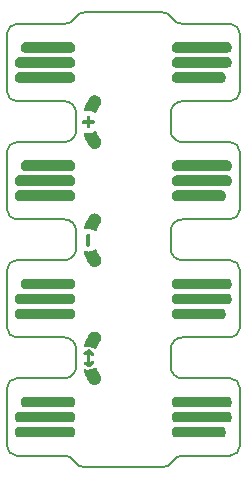
<source format=gto>
%TF.GenerationSoftware,KiCad,Pcbnew,8.0.8*%
%TF.CreationDate,2025-01-29T16:55:17+00:00*%
%TF.ProjectId,ec30_0x2_l4r4_mh_0.1,65633330-5f30-4783-925f-6c3472345f6d,v0.1*%
%TF.SameCoordinates,PX8d24d00PY36d6160*%
%TF.FileFunction,Legend,Top*%
%TF.FilePolarity,Positive*%
%FSLAX46Y46*%
G04 Gerber Fmt 4.6, Leading zero omitted, Abs format (unit mm)*
G04 Created by KiCad (PCBNEW 8.0.8) date 2025-01-29 16:55:17*
%MOMM*%
%LPD*%
G01*
G04 APERTURE LIST*
%ADD10C,0.200000*%
%ADD11C,0.000000*%
%ADD12C,0.010000*%
G04 APERTURE END LIST*
D10*
X-5000000Y18270000D02*
X-9050000Y18270000D01*
X-5000000Y1730000D02*
X-9050000Y1730000D01*
X-5000000Y8270000D02*
X-9050000Y8270000D01*
X-9850000Y-17470000D02*
X-9850000Y-12530000D01*
X-9850000Y-2530000D02*
G75*
G02*
X-9050000Y-1730000I800000J0D01*
G01*
X-4000000Y-730000D02*
G75*
G02*
X-5000000Y-1730000I-1000000J0D01*
G01*
X-5000000Y-8270000D02*
X-9050000Y-8270000D01*
X9050000Y-1730000D02*
G75*
G02*
X9850000Y-2530000I0J-800000D01*
G01*
X9850000Y-7470000D02*
G75*
G02*
X9050000Y-8270000I-800000J0D01*
G01*
X5000000Y18270000D02*
X9050000Y18270000D01*
X-5000000Y-18270000D02*
G75*
G02*
X-4133975Y-18770000I0J-1000000D01*
G01*
X9050000Y18270000D02*
G75*
G02*
X9850000Y17470000I0J-800000D01*
G01*
X3267949Y19270000D02*
G75*
G02*
X4134024Y18770029I-49J-1000200D01*
G01*
X4133975Y-18770000D02*
G75*
G02*
X3267949Y-19270006I-865975J499900D01*
G01*
X5000000Y-11730000D02*
X9050000Y-11730000D01*
X3267949Y19270000D02*
X-3267949Y19270000D01*
X4000000Y-9270000D02*
G75*
G02*
X5000000Y-8270000I1000000J0D01*
G01*
X-9050000Y1730000D02*
G75*
G02*
X-9850000Y2530000I0J800000D01*
G01*
X-4133975Y18770000D02*
G75*
G02*
X-5000000Y18270000I-866025J500000D01*
G01*
X-5000000Y11730000D02*
X-9050000Y11730000D01*
X-3267949Y-19270000D02*
X3267949Y-19270000D01*
X-4133975Y18770000D02*
G75*
G02*
X-3267949Y19270006I865975J-499900D01*
G01*
X9850000Y-17470000D02*
X9850000Y-12530000D01*
X9850000Y-7470000D02*
X9850000Y-2530000D01*
X-5000000Y-11730000D02*
X-9050000Y-11730000D01*
X-4000000Y730000D02*
X-4000000Y-730000D01*
X-5000000Y1730000D02*
G75*
G02*
X-4000000Y730000I0J-1000000D01*
G01*
X9850000Y-17470000D02*
G75*
G02*
X9050000Y-18270000I-800000J0D01*
G01*
X-4000000Y-9270000D02*
X-4000000Y-10730000D01*
X-4000000Y-10730000D02*
G75*
G02*
X-5000000Y-11730000I-1000000J0D01*
G01*
X-3267949Y-19270000D02*
G75*
G02*
X-4134024Y-18770029I49J1000200D01*
G01*
X-4000000Y9270000D02*
G75*
G02*
X-5000000Y8270000I-1000000J0D01*
G01*
X-9850000Y7470000D02*
G75*
G02*
X-9050000Y8270000I800000J0D01*
G01*
X-9850000Y12530000D02*
X-9850000Y17470000D01*
X4133975Y-18770000D02*
G75*
G02*
X5000000Y-18270000I866025J-500000D01*
G01*
X-4000000Y10730000D02*
X-4000000Y9270000D01*
X5000000Y-8270000D02*
X9050000Y-8270000D01*
X-9850000Y-12530000D02*
G75*
G02*
X-9050000Y-11730000I800000J0D01*
G01*
X-9050000Y-18270000D02*
G75*
G02*
X-9850000Y-17470000I0J800000D01*
G01*
X-5000000Y11730000D02*
G75*
G02*
X-4000000Y10730000I0J-1000000D01*
G01*
X4000000Y10730000D02*
G75*
G02*
X5000000Y11730000I1000000J0D01*
G01*
X5000000Y8270000D02*
X9050000Y8270000D01*
X9050000Y-11730000D02*
G75*
G02*
X9850000Y-12530000I0J-800000D01*
G01*
X5000000Y11730000D02*
X9050000Y11730000D01*
X4000000Y-730000D02*
X4000000Y730000D01*
X5000000Y-1730000D02*
G75*
G02*
X4000000Y-730000I0J1000000D01*
G01*
X5000000Y8270000D02*
G75*
G02*
X4000000Y9270000I0J1000000D01*
G01*
X5000000Y-11730000D02*
G75*
G02*
X4000000Y-10730000I0J1000000D01*
G01*
X4000000Y730000D02*
G75*
G02*
X5000000Y1730000I1000000J0D01*
G01*
X9050000Y8270000D02*
G75*
G02*
X9850000Y7470000I0J-800000D01*
G01*
X-5000000Y-1730000D02*
X-9050000Y-1730000D01*
X5000000Y1730000D02*
X9050000Y1730000D01*
X-9850000Y-7470000D02*
X-9850000Y-2530000D01*
X5000000Y-18270000D02*
X9050000Y-18270000D01*
X-9850000Y2530000D02*
X-9850000Y7470000D01*
X4000000Y9270000D02*
X4000000Y10730000D01*
X9850000Y12530000D02*
X9850000Y17470000D01*
X-9850000Y17470000D02*
G75*
G02*
X-9050000Y18270000I800000J0D01*
G01*
X-5000000Y-8270000D02*
G75*
G02*
X-4000000Y-9270000I0J-1000000D01*
G01*
X-9050000Y11730000D02*
G75*
G02*
X-9850000Y12530000I0J800000D01*
G01*
X9850000Y2530000D02*
G75*
G02*
X9050000Y1730000I-800000J0D01*
G01*
X5000000Y18270000D02*
G75*
G02*
X4133975Y18770000I0J1000000D01*
G01*
X9850000Y2530000D02*
X9850000Y7470000D01*
X4000000Y-10730000D02*
X4000000Y-9270000D01*
X-9050000Y-8270000D02*
G75*
G02*
X-9850000Y-7470000I0J800000D01*
G01*
X5000000Y-1730000D02*
X9050000Y-1730000D01*
X9850000Y12530000D02*
G75*
G02*
X9050000Y11730000I-800000J0D01*
G01*
X-5000000Y-18270000D02*
X-9050000Y-18270000D01*
D11*
%TO.C,*%
G36*
X8406596Y-15840563D02*
G01*
X8510135Y-15891180D01*
X8591628Y-15972673D01*
X8642245Y-16076212D01*
X8656800Y-16176108D01*
X8656800Y-16375908D01*
X8642245Y-16475804D01*
X8591628Y-16579343D01*
X8510135Y-16660836D01*
X8406596Y-16711453D01*
X8306700Y-16726008D01*
X4456900Y-16726008D01*
X4357004Y-16711453D01*
X4253465Y-16660836D01*
X4171972Y-16579343D01*
X4121355Y-16475804D01*
X4106800Y-16375908D01*
X4106800Y-16176108D01*
X4121355Y-16076212D01*
X4171972Y-15972673D01*
X4253465Y-15891180D01*
X4357004Y-15840563D01*
X4456900Y-15826008D01*
X8306700Y-15826008D01*
X8406596Y-15840563D01*
G37*
G36*
X8906596Y-13300563D02*
G01*
X9010135Y-13351180D01*
X9091628Y-13432673D01*
X9142245Y-13536212D01*
X9156800Y-13636108D01*
X9156800Y-13835908D01*
X9142245Y-13935804D01*
X9091628Y-14039343D01*
X9010135Y-14120836D01*
X8906596Y-14171453D01*
X8806700Y-14186008D01*
X4456900Y-14186008D01*
X4357004Y-14171453D01*
X4253465Y-14120836D01*
X4171972Y-14039343D01*
X4121355Y-13935804D01*
X4106800Y-13835908D01*
X4106800Y-13636108D01*
X4121355Y-13536212D01*
X4171972Y-13432673D01*
X4253465Y-13351180D01*
X4357004Y-13300563D01*
X4456900Y-13286008D01*
X8806700Y-13286008D01*
X8906596Y-13300563D01*
G37*
G36*
X8906596Y-14570563D02*
G01*
X9010135Y-14621180D01*
X9091628Y-14702673D01*
X9142245Y-14806212D01*
X9156800Y-14906108D01*
X9156800Y-15105908D01*
X9142245Y-15205804D01*
X9091628Y-15309343D01*
X9010135Y-15390836D01*
X8906596Y-15441453D01*
X8806700Y-15456008D01*
X4456900Y-15456008D01*
X4357004Y-15441453D01*
X4253465Y-15390836D01*
X4171972Y-15309343D01*
X4121355Y-15205804D01*
X4106800Y-15105908D01*
X4106800Y-14906108D01*
X4121355Y-14806212D01*
X4171972Y-14702673D01*
X4253465Y-14621180D01*
X4357004Y-14570563D01*
X4456900Y-14556008D01*
X8806700Y-14556008D01*
X8906596Y-14570563D01*
G37*
G36*
X-4355012Y-4570563D02*
G01*
X-4251473Y-4621180D01*
X-4169980Y-4702673D01*
X-4119363Y-4806212D01*
X-4104808Y-4906108D01*
X-4104808Y-5105908D01*
X-4119363Y-5205804D01*
X-4169980Y-5309343D01*
X-4251473Y-5390836D01*
X-4355012Y-5441453D01*
X-4454908Y-5456008D01*
X-8804708Y-5456008D01*
X-8904604Y-5441453D01*
X-9008143Y-5390836D01*
X-9089636Y-5309343D01*
X-9140253Y-5205804D01*
X-9154808Y-5105908D01*
X-9154808Y-4906108D01*
X-9140253Y-4806212D01*
X-9089636Y-4702673D01*
X-9008143Y-4621180D01*
X-8904604Y-4570563D01*
X-8804708Y-4556008D01*
X-4454908Y-4556008D01*
X-4355012Y-4570563D01*
G37*
G36*
X-4355012Y-5840563D02*
G01*
X-4251473Y-5891180D01*
X-4169980Y-5972673D01*
X-4119363Y-6076212D01*
X-4104808Y-6176108D01*
X-4104808Y-6375908D01*
X-4119363Y-6475804D01*
X-4169980Y-6579343D01*
X-4251473Y-6660836D01*
X-4355012Y-6711453D01*
X-4454908Y-6726008D01*
X-8804708Y-6726008D01*
X-8904604Y-6711453D01*
X-9008143Y-6660836D01*
X-9089636Y-6579343D01*
X-9140253Y-6475804D01*
X-9154808Y-6375908D01*
X-9154808Y-6176108D01*
X-9140253Y-6076212D01*
X-9089636Y-5972673D01*
X-9008143Y-5891180D01*
X-8904604Y-5840563D01*
X-8804708Y-5826008D01*
X-4454908Y-5826008D01*
X-4355012Y-5840563D01*
G37*
G36*
X-4355012Y-3300563D02*
G01*
X-4251473Y-3351180D01*
X-4169980Y-3432673D01*
X-4119363Y-3536212D01*
X-4104808Y-3636108D01*
X-4104808Y-3835908D01*
X-4119363Y-3935804D01*
X-4169980Y-4039343D01*
X-4251473Y-4120836D01*
X-4355012Y-4171453D01*
X-4454908Y-4186008D01*
X-8304708Y-4186008D01*
X-8404604Y-4171453D01*
X-8508143Y-4120836D01*
X-8589636Y-4039343D01*
X-8640253Y-3935804D01*
X-8654808Y-3835908D01*
X-8654808Y-3636108D01*
X-8640253Y-3536212D01*
X-8589636Y-3432673D01*
X-8508143Y-3351180D01*
X-8404604Y-3300563D01*
X-8304708Y-3286008D01*
X-4454908Y-3286008D01*
X-4355012Y-3300563D01*
G37*
G36*
X8406596Y4159437D02*
G01*
X8510135Y4108820D01*
X8591628Y4027327D01*
X8642245Y3923788D01*
X8656800Y3823892D01*
X8656800Y3624092D01*
X8642245Y3524196D01*
X8591628Y3420657D01*
X8510135Y3339164D01*
X8406596Y3288547D01*
X8306700Y3273992D01*
X4456900Y3273992D01*
X4357004Y3288547D01*
X4253465Y3339164D01*
X4171972Y3420657D01*
X4121355Y3524196D01*
X4106800Y3624092D01*
X4106800Y3823892D01*
X4121355Y3923788D01*
X4171972Y4027327D01*
X4253465Y4108820D01*
X4357004Y4159437D01*
X4456900Y4173992D01*
X8306700Y4173992D01*
X8406596Y4159437D01*
G37*
G36*
X8906596Y6699437D02*
G01*
X9010135Y6648820D01*
X9091628Y6567327D01*
X9142245Y6463788D01*
X9156800Y6363892D01*
X9156800Y6164092D01*
X9142245Y6064196D01*
X9091628Y5960657D01*
X9010135Y5879164D01*
X8906596Y5828547D01*
X8806700Y5813992D01*
X4456900Y5813992D01*
X4357004Y5828547D01*
X4253465Y5879164D01*
X4171972Y5960657D01*
X4121355Y6064196D01*
X4106800Y6164092D01*
X4106800Y6363892D01*
X4121355Y6463788D01*
X4171972Y6567327D01*
X4253465Y6648820D01*
X4357004Y6699437D01*
X4456900Y6713992D01*
X8806700Y6713992D01*
X8906596Y6699437D01*
G37*
G36*
X8906596Y5429437D02*
G01*
X9010135Y5378820D01*
X9091628Y5297327D01*
X9142245Y5193788D01*
X9156800Y5093892D01*
X9156800Y4894092D01*
X9142245Y4794196D01*
X9091628Y4690657D01*
X9010135Y4609164D01*
X8906596Y4558547D01*
X8806700Y4543992D01*
X4456900Y4543992D01*
X4357004Y4558547D01*
X4253465Y4609164D01*
X4171972Y4690657D01*
X4121355Y4794196D01*
X4106800Y4894092D01*
X4106800Y5093892D01*
X4121355Y5193788D01*
X4171972Y5297327D01*
X4253465Y5378820D01*
X4357004Y5429437D01*
X4456900Y5443992D01*
X8806700Y5443992D01*
X8906596Y5429437D01*
G37*
G36*
X-4355012Y15465445D02*
G01*
X-4251473Y15414828D01*
X-4169980Y15333335D01*
X-4119363Y15229796D01*
X-4104808Y15129900D01*
X-4104808Y14930100D01*
X-4119363Y14830204D01*
X-4169980Y14726665D01*
X-4251473Y14645172D01*
X-4355012Y14594555D01*
X-4454908Y14580000D01*
X-8804708Y14580000D01*
X-8904604Y14594555D01*
X-9008143Y14645172D01*
X-9089636Y14726665D01*
X-9140253Y14830204D01*
X-9154808Y14930100D01*
X-9154808Y15129900D01*
X-9140253Y15229796D01*
X-9089636Y15333335D01*
X-9008143Y15414828D01*
X-8904604Y15465445D01*
X-8804708Y15480000D01*
X-4454908Y15480000D01*
X-4355012Y15465445D01*
G37*
G36*
X-4355012Y14195445D02*
G01*
X-4251473Y14144828D01*
X-4169980Y14063335D01*
X-4119363Y13959796D01*
X-4104808Y13859900D01*
X-4104808Y13660100D01*
X-4119363Y13560204D01*
X-4169980Y13456665D01*
X-4251473Y13375172D01*
X-4355012Y13324555D01*
X-4454908Y13310000D01*
X-8804708Y13310000D01*
X-8904604Y13324555D01*
X-9008143Y13375172D01*
X-9089636Y13456665D01*
X-9140253Y13560204D01*
X-9154808Y13660100D01*
X-9154808Y13859900D01*
X-9140253Y13959796D01*
X-9089636Y14063335D01*
X-9008143Y14144828D01*
X-8904604Y14195445D01*
X-8804708Y14210000D01*
X-4454908Y14210000D01*
X-4355012Y14195445D01*
G37*
G36*
X-4355012Y16735445D02*
G01*
X-4251473Y16684828D01*
X-4169980Y16603335D01*
X-4119363Y16499796D01*
X-4104808Y16399900D01*
X-4104808Y16200100D01*
X-4119363Y16100204D01*
X-4169980Y15996665D01*
X-4251473Y15915172D01*
X-4355012Y15864555D01*
X-4454908Y15850000D01*
X-8304708Y15850000D01*
X-8404604Y15864555D01*
X-8508143Y15915172D01*
X-8589636Y15996665D01*
X-8640253Y16100204D01*
X-8654808Y16200100D01*
X-8654808Y16399900D01*
X-8640253Y16499796D01*
X-8589636Y16603335D01*
X-8508143Y16684828D01*
X-8404604Y16735445D01*
X-8304708Y16750000D01*
X-4454908Y16750000D01*
X-4355012Y16735445D01*
G37*
D12*
%TO.C,MH1*%
X-2413498Y-7778090D02*
X-2350940Y-7789361D01*
X-2341561Y-7791735D01*
X-2285692Y-7810416D01*
X-2231993Y-7836241D01*
X-2181293Y-7868530D01*
X-2134423Y-7906602D01*
X-2092216Y-7949776D01*
X-2055501Y-7997374D01*
X-2025108Y-8048714D01*
X-2023301Y-8052305D01*
X-1999865Y-8108147D01*
X-1983495Y-8166660D01*
X-1974204Y-8226884D01*
X-1972004Y-8287863D01*
X-1976909Y-8348639D01*
X-1988929Y-8408252D01*
X-2008080Y-8465747D01*
X-2017509Y-8487443D01*
X-2024396Y-8500764D01*
X-2034784Y-8518974D01*
X-2047679Y-8540421D01*
X-2062090Y-8563454D01*
X-2077019Y-8586417D01*
X-2077267Y-8586790D01*
X-2132493Y-8672601D01*
X-2182116Y-8755587D01*
X-2227045Y-8837449D01*
X-2268194Y-8919895D01*
X-2306475Y-9004627D01*
X-2326376Y-9052179D01*
X-2341104Y-9086253D01*
X-2354861Y-9113270D01*
X-2368291Y-9133948D01*
X-2382030Y-9148999D01*
X-2396719Y-9159142D01*
X-2413000Y-9165092D01*
X-2429427Y-9167446D01*
X-2442307Y-9167669D01*
X-2454594Y-9166224D01*
X-2467740Y-9162603D01*
X-2483203Y-9156299D01*
X-2502437Y-9146805D01*
X-2526896Y-9133613D01*
X-2527703Y-9133168D01*
X-2580365Y-9105515D01*
X-2630411Y-9082402D01*
X-2680665Y-9062592D01*
X-2715494Y-9050665D01*
X-2798842Y-9027758D01*
X-2884474Y-9012163D01*
X-2971431Y-9003950D01*
X-3058751Y-9003185D01*
X-3145473Y-9009938D01*
X-3191494Y-9016697D01*
X-3227366Y-9021552D01*
X-3257125Y-9022554D01*
X-3281666Y-9019572D01*
X-3301887Y-9012475D01*
X-3318685Y-9001135D01*
X-3322465Y-8997610D01*
X-3334247Y-8983158D01*
X-3341602Y-8966847D01*
X-3344563Y-8947711D01*
X-3343168Y-8924784D01*
X-3337449Y-8897096D01*
X-3327442Y-8863682D01*
X-3327333Y-8863351D01*
X-3281943Y-8736789D01*
X-3229461Y-8608750D01*
X-3170353Y-8480177D01*
X-3105085Y-8352014D01*
X-3034125Y-8225205D01*
X-2957940Y-8100694D01*
X-2925253Y-8050451D01*
X-2890838Y-8000753D01*
X-2858155Y-7958294D01*
X-2826840Y-7922656D01*
X-2796531Y-7893423D01*
X-2770045Y-7872410D01*
X-2714941Y-7837803D01*
X-2657554Y-7810645D01*
X-2598299Y-7791018D01*
X-2537593Y-7778997D01*
X-2475854Y-7774661D01*
X-2413498Y-7778090D01*
G36*
X-2413498Y-7778090D02*
G01*
X-2350940Y-7789361D01*
X-2341561Y-7791735D01*
X-2285692Y-7810416D01*
X-2231993Y-7836241D01*
X-2181293Y-7868530D01*
X-2134423Y-7906602D01*
X-2092216Y-7949776D01*
X-2055501Y-7997374D01*
X-2025108Y-8048714D01*
X-2023301Y-8052305D01*
X-1999865Y-8108147D01*
X-1983495Y-8166660D01*
X-1974204Y-8226884D01*
X-1972004Y-8287863D01*
X-1976909Y-8348639D01*
X-1988929Y-8408252D01*
X-2008080Y-8465747D01*
X-2017509Y-8487443D01*
X-2024396Y-8500764D01*
X-2034784Y-8518974D01*
X-2047679Y-8540421D01*
X-2062090Y-8563454D01*
X-2077019Y-8586417D01*
X-2077267Y-8586790D01*
X-2132493Y-8672601D01*
X-2182116Y-8755587D01*
X-2227045Y-8837449D01*
X-2268194Y-8919895D01*
X-2306475Y-9004627D01*
X-2326376Y-9052179D01*
X-2341104Y-9086253D01*
X-2354861Y-9113270D01*
X-2368291Y-9133948D01*
X-2382030Y-9148999D01*
X-2396719Y-9159142D01*
X-2413000Y-9165092D01*
X-2429427Y-9167446D01*
X-2442307Y-9167669D01*
X-2454594Y-9166224D01*
X-2467740Y-9162603D01*
X-2483203Y-9156299D01*
X-2502437Y-9146805D01*
X-2526896Y-9133613D01*
X-2527703Y-9133168D01*
X-2580365Y-9105515D01*
X-2630411Y-9082402D01*
X-2680665Y-9062592D01*
X-2715494Y-9050665D01*
X-2798842Y-9027758D01*
X-2884474Y-9012163D01*
X-2971431Y-9003950D01*
X-3058751Y-9003185D01*
X-3145473Y-9009938D01*
X-3191494Y-9016697D01*
X-3227366Y-9021552D01*
X-3257125Y-9022554D01*
X-3281666Y-9019572D01*
X-3301887Y-9012475D01*
X-3318685Y-9001135D01*
X-3322465Y-8997610D01*
X-3334247Y-8983158D01*
X-3341602Y-8966847D01*
X-3344563Y-8947711D01*
X-3343168Y-8924784D01*
X-3337449Y-8897096D01*
X-3327442Y-8863682D01*
X-3327333Y-8863351D01*
X-3281943Y-8736789D01*
X-3229461Y-8608750D01*
X-3170353Y-8480177D01*
X-3105085Y-8352014D01*
X-3034125Y-8225205D01*
X-2957940Y-8100694D01*
X-2925253Y-8050451D01*
X-2890838Y-8000753D01*
X-2858155Y-7958294D01*
X-2826840Y-7922656D01*
X-2796531Y-7893423D01*
X-2770045Y-7872410D01*
X-2714941Y-7837803D01*
X-2657554Y-7810645D01*
X-2598299Y-7791018D01*
X-2537593Y-7778997D01*
X-2475854Y-7774661D01*
X-2413498Y-7778090D01*
G37*
X-2409886Y-10823244D02*
X-2392586Y-10829119D01*
X-2377684Y-10840113D01*
X-2364373Y-10856970D01*
X-2351846Y-10880437D01*
X-2342486Y-10902800D01*
X-2292229Y-11022982D01*
X-2234948Y-11141473D01*
X-2170360Y-11258811D01*
X-2098180Y-11375538D01*
X-2080929Y-11401677D01*
X-2061426Y-11431222D01*
X-2045820Y-11455754D01*
X-2033342Y-11476678D01*
X-2023218Y-11495396D01*
X-2014677Y-11513312D01*
X-2006947Y-11531833D01*
X-2001563Y-11546019D01*
X-1984421Y-11603804D01*
X-1974577Y-11663351D01*
X-1971916Y-11723742D01*
X-1976331Y-11784057D01*
X-1987709Y-11843379D01*
X-2005939Y-11900786D01*
X-2030909Y-11955362D01*
X-2056134Y-11997058D01*
X-2094766Y-12047179D01*
X-2137965Y-12091137D01*
X-2185157Y-12128820D01*
X-2235768Y-12160114D01*
X-2289224Y-12184905D01*
X-2344954Y-12203080D01*
X-2402385Y-12214526D01*
X-2460941Y-12219130D01*
X-2520051Y-12216779D01*
X-2579142Y-12207358D01*
X-2637639Y-12190755D01*
X-2694971Y-12166857D01*
X-2750563Y-12135549D01*
X-2752033Y-12134601D01*
X-2766786Y-12124348D01*
X-2781894Y-12112244D01*
X-2798791Y-12097040D01*
X-2818908Y-12077491D01*
X-2827057Y-12069309D01*
X-2842124Y-12053709D01*
X-2856238Y-12038176D01*
X-2869991Y-12021887D01*
X-2883981Y-12004018D01*
X-2898803Y-11983744D01*
X-2915053Y-11960240D01*
X-2933328Y-11932684D01*
X-2954221Y-11900251D01*
X-2978329Y-11862116D01*
X-2988347Y-11846132D01*
X-3048380Y-11745775D01*
X-3106635Y-11639728D01*
X-3162268Y-11529773D01*
X-3214439Y-11417696D01*
X-3262306Y-11305281D01*
X-3305028Y-11194311D01*
X-3331020Y-11119656D01*
X-3340242Y-11089949D01*
X-3346067Y-11066031D01*
X-3348653Y-11046595D01*
X-3348165Y-11030336D01*
X-3344764Y-11015947D01*
X-3344068Y-11014017D01*
X-3335541Y-10997040D01*
X-3323608Y-10985180D01*
X-3310741Y-10977907D01*
X-3289128Y-10971643D01*
X-3261856Y-10970281D01*
X-3229524Y-10973842D01*
X-3223805Y-10974892D01*
X-3133786Y-10988438D01*
X-3044216Y-10994282D01*
X-2955472Y-10992458D01*
X-2867930Y-10983004D01*
X-2781973Y-10965956D01*
X-2697975Y-10941348D01*
X-2639951Y-10919398D01*
X-2609167Y-10906072D01*
X-2579035Y-10891807D01*
X-2547660Y-10875635D01*
X-2513143Y-10856586D01*
X-2483590Y-10839557D01*
X-2466934Y-10830413D01*
X-2453879Y-10825016D01*
X-2441618Y-10822427D01*
X-2430393Y-10821742D01*
X-2409886Y-10823244D01*
G36*
X-2409886Y-10823244D02*
G01*
X-2392586Y-10829119D01*
X-2377684Y-10840113D01*
X-2364373Y-10856970D01*
X-2351846Y-10880437D01*
X-2342486Y-10902800D01*
X-2292229Y-11022982D01*
X-2234948Y-11141473D01*
X-2170360Y-11258811D01*
X-2098180Y-11375538D01*
X-2080929Y-11401677D01*
X-2061426Y-11431222D01*
X-2045820Y-11455754D01*
X-2033342Y-11476678D01*
X-2023218Y-11495396D01*
X-2014677Y-11513312D01*
X-2006947Y-11531833D01*
X-2001563Y-11546019D01*
X-1984421Y-11603804D01*
X-1974577Y-11663351D01*
X-1971916Y-11723742D01*
X-1976331Y-11784057D01*
X-1987709Y-11843379D01*
X-2005939Y-11900786D01*
X-2030909Y-11955362D01*
X-2056134Y-11997058D01*
X-2094766Y-12047179D01*
X-2137965Y-12091137D01*
X-2185157Y-12128820D01*
X-2235768Y-12160114D01*
X-2289224Y-12184905D01*
X-2344954Y-12203080D01*
X-2402385Y-12214526D01*
X-2460941Y-12219130D01*
X-2520051Y-12216779D01*
X-2579142Y-12207358D01*
X-2637639Y-12190755D01*
X-2694971Y-12166857D01*
X-2750563Y-12135549D01*
X-2752033Y-12134601D01*
X-2766786Y-12124348D01*
X-2781894Y-12112244D01*
X-2798791Y-12097040D01*
X-2818908Y-12077491D01*
X-2827057Y-12069309D01*
X-2842124Y-12053709D01*
X-2856238Y-12038176D01*
X-2869991Y-12021887D01*
X-2883981Y-12004018D01*
X-2898803Y-11983744D01*
X-2915053Y-11960240D01*
X-2933328Y-11932684D01*
X-2954221Y-11900251D01*
X-2978329Y-11862116D01*
X-2988347Y-11846132D01*
X-3048380Y-11745775D01*
X-3106635Y-11639728D01*
X-3162268Y-11529773D01*
X-3214439Y-11417696D01*
X-3262306Y-11305281D01*
X-3305028Y-11194311D01*
X-3331020Y-11119656D01*
X-3340242Y-11089949D01*
X-3346067Y-11066031D01*
X-3348653Y-11046595D01*
X-3348165Y-11030336D01*
X-3344764Y-11015947D01*
X-3344068Y-11014017D01*
X-3335541Y-10997040D01*
X-3323608Y-10985180D01*
X-3310741Y-10977907D01*
X-3289128Y-10971643D01*
X-3261856Y-10970281D01*
X-3229524Y-10973842D01*
X-3223805Y-10974892D01*
X-3133786Y-10988438D01*
X-3044216Y-10994282D01*
X-2955472Y-10992458D01*
X-2867930Y-10983004D01*
X-2781973Y-10965956D01*
X-2697975Y-10941348D01*
X-2639951Y-10919398D01*
X-2609167Y-10906072D01*
X-2579035Y-10891807D01*
X-2547660Y-10875635D01*
X-2513143Y-10856586D01*
X-2483590Y-10839557D01*
X-2466934Y-10830413D01*
X-2453879Y-10825016D01*
X-2441618Y-10822427D01*
X-2430393Y-10821742D01*
X-2409886Y-10823244D01*
G37*
X-2920333Y-9275241D02*
X-2913780Y-9276418D01*
X-2906680Y-9277914D01*
X-2900139Y-9279775D01*
X-2893653Y-9282478D01*
X-2886719Y-9286497D01*
X-2878834Y-9292309D01*
X-2869494Y-9300388D01*
X-2858196Y-9311209D01*
X-2844437Y-9325247D01*
X-2827712Y-9342978D01*
X-2807520Y-9364877D01*
X-2783355Y-9391419D01*
X-2754715Y-9423080D01*
X-2733410Y-9446688D01*
X-2706724Y-9476356D01*
X-2681474Y-9504603D01*
X-2658199Y-9530811D01*
X-2637438Y-9554367D01*
X-2619729Y-9574657D01*
X-2605611Y-9591065D01*
X-2595623Y-9602976D01*
X-2590303Y-9609776D01*
X-2589779Y-9610584D01*
X-2580352Y-9634091D01*
X-2577902Y-9658566D01*
X-2581761Y-9682822D01*
X-2591266Y-9705672D01*
X-2605751Y-9725930D01*
X-2624552Y-9742409D01*
X-2647004Y-9753922D01*
X-2672443Y-9759283D01*
X-2673115Y-9759328D01*
X-2694631Y-9758155D01*
X-2715753Y-9752817D01*
X-2717036Y-9752321D01*
X-2724861Y-9749039D01*
X-2731609Y-9745522D01*
X-2738347Y-9740834D01*
X-2746151Y-9734043D01*
X-2756091Y-9724214D01*
X-2769239Y-9710411D01*
X-2786669Y-9691704D01*
X-2786888Y-9691467D01*
X-2803949Y-9672959D01*
X-2820368Y-9654920D01*
X-2834866Y-9638775D01*
X-2846158Y-9625948D01*
X-2851658Y-9619481D01*
X-2858000Y-9611769D01*
X-2862793Y-9606675D01*
X-2866388Y-9604936D01*
X-2869137Y-9607284D01*
X-2871388Y-9614456D01*
X-2873493Y-9627184D01*
X-2875804Y-9646204D01*
X-2878671Y-9672250D01*
X-2879209Y-9677163D01*
X-2888864Y-9784995D01*
X-2894560Y-9895386D01*
X-2896316Y-10006621D01*
X-2894151Y-10116982D01*
X-2888084Y-10224753D01*
X-2878136Y-10328220D01*
X-2871220Y-10381254D01*
X-2868495Y-10400265D01*
X-2845135Y-10373321D01*
X-2833764Y-10360589D01*
X-2818532Y-10344071D01*
X-2801166Y-10325616D01*
X-2783396Y-10307073D01*
X-2777424Y-10300926D01*
X-2759738Y-10282999D01*
X-2746323Y-10269966D01*
X-2736071Y-10260882D01*
X-2727879Y-10254802D01*
X-2720639Y-10250780D01*
X-2716902Y-10249195D01*
X-2690760Y-10243093D01*
X-2663760Y-10244002D01*
X-2637794Y-10251528D01*
X-2614757Y-10265273D01*
X-2607058Y-10272152D01*
X-2591439Y-10292910D01*
X-2581447Y-10317261D01*
X-2577512Y-10343186D01*
X-2580062Y-10368667D01*
X-2583965Y-10380762D01*
X-2586046Y-10385523D01*
X-2588560Y-10390358D01*
X-2591948Y-10395769D01*
X-2596650Y-10402262D01*
X-2603105Y-10410339D01*
X-2611757Y-10420504D01*
X-2623044Y-10433259D01*
X-2637409Y-10449110D01*
X-2655291Y-10468558D01*
X-2677132Y-10492107D01*
X-2703372Y-10520261D01*
X-2734452Y-10553522D01*
X-2746454Y-10566356D01*
X-2777794Y-10599840D01*
X-2804269Y-10628001D01*
X-2826432Y-10651310D01*
X-2844838Y-10670245D01*
X-2860041Y-10685279D01*
X-2872593Y-10696888D01*
X-2883050Y-10705547D01*
X-2891963Y-10711731D01*
X-2899888Y-10715915D01*
X-2907378Y-10718573D01*
X-2914986Y-10720182D01*
X-2923268Y-10721214D01*
X-2927479Y-10721630D01*
X-2943306Y-10721179D01*
X-2961343Y-10717734D01*
X-2978682Y-10712136D01*
X-2992414Y-10705220D01*
X-2996933Y-10701616D01*
X-3001678Y-10698100D01*
X-3012462Y-10690833D01*
X-3028584Y-10680269D01*
X-3049346Y-10666855D01*
X-3074048Y-10651041D01*
X-3101993Y-10633277D01*
X-3132482Y-10614012D01*
X-3162062Y-10595420D01*
X-3202540Y-10569975D01*
X-3236802Y-10548245D01*
X-3265407Y-10529813D01*
X-3288917Y-10514264D01*
X-3307892Y-10501182D01*
X-3322892Y-10490149D01*
X-3334478Y-10480749D01*
X-3343211Y-10472566D01*
X-3349651Y-10465183D01*
X-3354359Y-10458184D01*
X-3357895Y-10451152D01*
X-3358658Y-10449349D01*
X-3364493Y-10426806D01*
X-3365436Y-10401937D01*
X-3361570Y-10379605D01*
X-3353053Y-10362150D01*
X-3339219Y-10344527D01*
X-3322299Y-10328969D01*
X-3304520Y-10317707D01*
X-3296605Y-10314564D01*
X-3277445Y-10310979D01*
X-3256136Y-10310544D01*
X-3236322Y-10313171D01*
X-3226438Y-10316275D01*
X-3219526Y-10319888D01*
X-3207154Y-10327033D01*
X-3190546Y-10336974D01*
X-3170933Y-10348973D01*
X-3149543Y-10362294D01*
X-3146023Y-10364509D01*
X-3125273Y-10377536D01*
X-3106895Y-10388989D01*
X-3091911Y-10398240D01*
X-3081342Y-10404657D01*
X-3076208Y-10407612D01*
X-3075898Y-10407736D01*
X-3075812Y-10404019D01*
X-3076554Y-10393757D01*
X-3078005Y-10378289D01*
X-3080043Y-10358949D01*
X-3081460Y-10346349D01*
X-3095270Y-10191676D01*
X-3101162Y-10036449D01*
X-3099137Y-9880679D01*
X-3089195Y-9724375D01*
X-3081418Y-9647473D01*
X-3079150Y-9625549D01*
X-3077615Y-9606682D01*
X-3076883Y-9592144D01*
X-3077023Y-9583205D01*
X-3077795Y-9580937D01*
X-3082232Y-9582986D01*
X-3092420Y-9588537D01*
X-3107309Y-9596991D01*
X-3125853Y-9607752D01*
X-3147004Y-9620223D01*
X-3155561Y-9625318D01*
X-3183002Y-9641647D01*
X-3204673Y-9654341D01*
X-3221596Y-9663873D01*
X-3234793Y-9670717D01*
X-3245284Y-9675347D01*
X-3254091Y-9678239D01*
X-3262235Y-9679865D01*
X-3270738Y-9680700D01*
X-3275418Y-9680968D01*
X-3302071Y-9678685D01*
X-3326119Y-9669735D01*
X-3346764Y-9655177D01*
X-3363208Y-9636075D01*
X-3374651Y-9613488D01*
X-3380297Y-9588478D01*
X-3379347Y-9562106D01*
X-3375768Y-9547543D01*
X-3371453Y-9536112D01*
X-3365906Y-9525888D01*
X-3358288Y-9516149D01*
X-3347755Y-9506181D01*
X-3333469Y-9495264D01*
X-3314586Y-9482680D01*
X-3290267Y-9467711D01*
X-3264102Y-9452231D01*
X-3238920Y-9437470D01*
X-3208768Y-9419763D01*
X-3175507Y-9400203D01*
X-3140999Y-9379886D01*
X-3107106Y-9359908D01*
X-3077063Y-9342176D01*
X-3044214Y-9322870D01*
X-3017264Y-9307351D01*
X-2995337Y-9295271D01*
X-2977561Y-9286274D01*
X-2963060Y-9280010D01*
X-2950960Y-9276126D01*
X-2940389Y-9274272D01*
X-2930471Y-9274094D01*
X-2920333Y-9275241D01*
G36*
X-2920333Y-9275241D02*
G01*
X-2913780Y-9276418D01*
X-2906680Y-9277914D01*
X-2900139Y-9279775D01*
X-2893653Y-9282478D01*
X-2886719Y-9286497D01*
X-2878834Y-9292309D01*
X-2869494Y-9300388D01*
X-2858196Y-9311209D01*
X-2844437Y-9325247D01*
X-2827712Y-9342978D01*
X-2807520Y-9364877D01*
X-2783355Y-9391419D01*
X-2754715Y-9423080D01*
X-2733410Y-9446688D01*
X-2706724Y-9476356D01*
X-2681474Y-9504603D01*
X-2658199Y-9530811D01*
X-2637438Y-9554367D01*
X-2619729Y-9574657D01*
X-2605611Y-9591065D01*
X-2595623Y-9602976D01*
X-2590303Y-9609776D01*
X-2589779Y-9610584D01*
X-2580352Y-9634091D01*
X-2577902Y-9658566D01*
X-2581761Y-9682822D01*
X-2591266Y-9705672D01*
X-2605751Y-9725930D01*
X-2624552Y-9742409D01*
X-2647004Y-9753922D01*
X-2672443Y-9759283D01*
X-2673115Y-9759328D01*
X-2694631Y-9758155D01*
X-2715753Y-9752817D01*
X-2717036Y-9752321D01*
X-2724861Y-9749039D01*
X-2731609Y-9745522D01*
X-2738347Y-9740834D01*
X-2746151Y-9734043D01*
X-2756091Y-9724214D01*
X-2769239Y-9710411D01*
X-2786669Y-9691704D01*
X-2786888Y-9691467D01*
X-2803949Y-9672959D01*
X-2820368Y-9654920D01*
X-2834866Y-9638775D01*
X-2846158Y-9625948D01*
X-2851658Y-9619481D01*
X-2858000Y-9611769D01*
X-2862793Y-9606675D01*
X-2866388Y-9604936D01*
X-2869137Y-9607284D01*
X-2871388Y-9614456D01*
X-2873493Y-9627184D01*
X-2875804Y-9646204D01*
X-2878671Y-9672250D01*
X-2879209Y-9677163D01*
X-2888864Y-9784995D01*
X-2894560Y-9895386D01*
X-2896316Y-10006621D01*
X-2894151Y-10116982D01*
X-2888084Y-10224753D01*
X-2878136Y-10328220D01*
X-2871220Y-10381254D01*
X-2868495Y-10400265D01*
X-2845135Y-10373321D01*
X-2833764Y-10360589D01*
X-2818532Y-10344071D01*
X-2801166Y-10325616D01*
X-2783396Y-10307073D01*
X-2777424Y-10300926D01*
X-2759738Y-10282999D01*
X-2746323Y-10269966D01*
X-2736071Y-10260882D01*
X-2727879Y-10254802D01*
X-2720639Y-10250780D01*
X-2716902Y-10249195D01*
X-2690760Y-10243093D01*
X-2663760Y-10244002D01*
X-2637794Y-10251528D01*
X-2614757Y-10265273D01*
X-2607058Y-10272152D01*
X-2591439Y-10292910D01*
X-2581447Y-10317261D01*
X-2577512Y-10343186D01*
X-2580062Y-10368667D01*
X-2583965Y-10380762D01*
X-2586046Y-10385523D01*
X-2588560Y-10390358D01*
X-2591948Y-10395769D01*
X-2596650Y-10402262D01*
X-2603105Y-10410339D01*
X-2611757Y-10420504D01*
X-2623044Y-10433259D01*
X-2637409Y-10449110D01*
X-2655291Y-10468558D01*
X-2677132Y-10492107D01*
X-2703372Y-10520261D01*
X-2734452Y-10553522D01*
X-2746454Y-10566356D01*
X-2777794Y-10599840D01*
X-2804269Y-10628001D01*
X-2826432Y-10651310D01*
X-2844838Y-10670245D01*
X-2860041Y-10685279D01*
X-2872593Y-10696888D01*
X-2883050Y-10705547D01*
X-2891963Y-10711731D01*
X-2899888Y-10715915D01*
X-2907378Y-10718573D01*
X-2914986Y-10720182D01*
X-2923268Y-10721214D01*
X-2927479Y-10721630D01*
X-2943306Y-10721179D01*
X-2961343Y-10717734D01*
X-2978682Y-10712136D01*
X-2992414Y-10705220D01*
X-2996933Y-10701616D01*
X-3001678Y-10698100D01*
X-3012462Y-10690833D01*
X-3028584Y-10680269D01*
X-3049346Y-10666855D01*
X-3074048Y-10651041D01*
X-3101993Y-10633277D01*
X-3132482Y-10614012D01*
X-3162062Y-10595420D01*
X-3202540Y-10569975D01*
X-3236802Y-10548245D01*
X-3265407Y-10529813D01*
X-3288917Y-10514264D01*
X-3307892Y-10501182D01*
X-3322892Y-10490149D01*
X-3334478Y-10480749D01*
X-3343211Y-10472566D01*
X-3349651Y-10465183D01*
X-3354359Y-10458184D01*
X-3357895Y-10451152D01*
X-3358658Y-10449349D01*
X-3364493Y-10426806D01*
X-3365436Y-10401937D01*
X-3361570Y-10379605D01*
X-3353053Y-10362150D01*
X-3339219Y-10344527D01*
X-3322299Y-10328969D01*
X-3304520Y-10317707D01*
X-3296605Y-10314564D01*
X-3277445Y-10310979D01*
X-3256136Y-10310544D01*
X-3236322Y-10313171D01*
X-3226438Y-10316275D01*
X-3219526Y-10319888D01*
X-3207154Y-10327033D01*
X-3190546Y-10336974D01*
X-3170933Y-10348973D01*
X-3149543Y-10362294D01*
X-3146023Y-10364509D01*
X-3125273Y-10377536D01*
X-3106895Y-10388989D01*
X-3091911Y-10398240D01*
X-3081342Y-10404657D01*
X-3076208Y-10407612D01*
X-3075898Y-10407736D01*
X-3075812Y-10404019D01*
X-3076554Y-10393757D01*
X-3078005Y-10378289D01*
X-3080043Y-10358949D01*
X-3081460Y-10346349D01*
X-3095270Y-10191676D01*
X-3101162Y-10036449D01*
X-3099137Y-9880679D01*
X-3089195Y-9724375D01*
X-3081418Y-9647473D01*
X-3079150Y-9625549D01*
X-3077615Y-9606682D01*
X-3076883Y-9592144D01*
X-3077023Y-9583205D01*
X-3077795Y-9580937D01*
X-3082232Y-9582986D01*
X-3092420Y-9588537D01*
X-3107309Y-9596991D01*
X-3125853Y-9607752D01*
X-3147004Y-9620223D01*
X-3155561Y-9625318D01*
X-3183002Y-9641647D01*
X-3204673Y-9654341D01*
X-3221596Y-9663873D01*
X-3234793Y-9670717D01*
X-3245284Y-9675347D01*
X-3254091Y-9678239D01*
X-3262235Y-9679865D01*
X-3270738Y-9680700D01*
X-3275418Y-9680968D01*
X-3302071Y-9678685D01*
X-3326119Y-9669735D01*
X-3346764Y-9655177D01*
X-3363208Y-9636075D01*
X-3374651Y-9613488D01*
X-3380297Y-9588478D01*
X-3379347Y-9562106D01*
X-3375768Y-9547543D01*
X-3371453Y-9536112D01*
X-3365906Y-9525888D01*
X-3358288Y-9516149D01*
X-3347755Y-9506181D01*
X-3333469Y-9495264D01*
X-3314586Y-9482680D01*
X-3290267Y-9467711D01*
X-3264102Y-9452231D01*
X-3238920Y-9437470D01*
X-3208768Y-9419763D01*
X-3175507Y-9400203D01*
X-3140999Y-9379886D01*
X-3107106Y-9359908D01*
X-3077063Y-9342176D01*
X-3044214Y-9322870D01*
X-3017264Y-9307351D01*
X-2995337Y-9295271D01*
X-2977561Y-9286274D01*
X-2963060Y-9280010D01*
X-2950960Y-9276126D01*
X-2940389Y-9274272D01*
X-2930471Y-9274094D01*
X-2920333Y-9275241D01*
G37*
%TO.C,MH3*%
X-2408561Y12219506D02*
X-2346003Y12208234D01*
X-2336624Y12205861D01*
X-2280755Y12187180D01*
X-2227056Y12161355D01*
X-2176356Y12129066D01*
X-2129486Y12090994D01*
X-2087279Y12047819D01*
X-2050564Y12000222D01*
X-2020171Y11948882D01*
X-2018364Y11945290D01*
X-1994928Y11889449D01*
X-1978558Y11830936D01*
X-1969267Y11770711D01*
X-1967067Y11709733D01*
X-1971972Y11648957D01*
X-1983992Y11589343D01*
X-2003143Y11531849D01*
X-2012572Y11510153D01*
X-2019459Y11496832D01*
X-2029847Y11478622D01*
X-2042742Y11457175D01*
X-2057153Y11434142D01*
X-2072082Y11411179D01*
X-2072330Y11410806D01*
X-2127556Y11324994D01*
X-2177179Y11242009D01*
X-2222108Y11160147D01*
X-2263257Y11077701D01*
X-2301538Y10992969D01*
X-2321439Y10945417D01*
X-2336167Y10911343D01*
X-2349924Y10884325D01*
X-2363354Y10863648D01*
X-2377093Y10848597D01*
X-2391782Y10838454D01*
X-2408063Y10832504D01*
X-2424490Y10830150D01*
X-2437370Y10829927D01*
X-2449657Y10831372D01*
X-2462803Y10834993D01*
X-2478266Y10841297D01*
X-2497500Y10850791D01*
X-2521959Y10863983D01*
X-2522766Y10864428D01*
X-2575428Y10892081D01*
X-2625474Y10915193D01*
X-2675728Y10935004D01*
X-2710557Y10946931D01*
X-2793905Y10969838D01*
X-2879537Y10985432D01*
X-2966494Y10993646D01*
X-3053814Y10994411D01*
X-3140536Y10987658D01*
X-3186557Y10980899D01*
X-3222429Y10976044D01*
X-3252188Y10975042D01*
X-3276729Y10978023D01*
X-3296950Y10985121D01*
X-3313748Y10996461D01*
X-3317528Y10999985D01*
X-3329310Y11014438D01*
X-3336665Y11030749D01*
X-3339626Y11049885D01*
X-3338231Y11072812D01*
X-3332512Y11100500D01*
X-3322505Y11133914D01*
X-3322396Y11134245D01*
X-3277006Y11260807D01*
X-3224524Y11388846D01*
X-3165416Y11517419D01*
X-3100148Y11645582D01*
X-3029188Y11772391D01*
X-2953003Y11896902D01*
X-2920316Y11947144D01*
X-2885901Y11996843D01*
X-2853218Y12039302D01*
X-2821903Y12074940D01*
X-2791594Y12104173D01*
X-2765108Y12125186D01*
X-2710004Y12159793D01*
X-2652617Y12186950D01*
X-2593362Y12206578D01*
X-2532656Y12218599D01*
X-2470917Y12222934D01*
X-2408561Y12219506D01*
G36*
X-2408561Y12219506D02*
G01*
X-2346003Y12208234D01*
X-2336624Y12205861D01*
X-2280755Y12187180D01*
X-2227056Y12161355D01*
X-2176356Y12129066D01*
X-2129486Y12090994D01*
X-2087279Y12047819D01*
X-2050564Y12000222D01*
X-2020171Y11948882D01*
X-2018364Y11945290D01*
X-1994928Y11889449D01*
X-1978558Y11830936D01*
X-1969267Y11770711D01*
X-1967067Y11709733D01*
X-1971972Y11648957D01*
X-1983992Y11589343D01*
X-2003143Y11531849D01*
X-2012572Y11510153D01*
X-2019459Y11496832D01*
X-2029847Y11478622D01*
X-2042742Y11457175D01*
X-2057153Y11434142D01*
X-2072082Y11411179D01*
X-2072330Y11410806D01*
X-2127556Y11324994D01*
X-2177179Y11242009D01*
X-2222108Y11160147D01*
X-2263257Y11077701D01*
X-2301538Y10992969D01*
X-2321439Y10945417D01*
X-2336167Y10911343D01*
X-2349924Y10884325D01*
X-2363354Y10863648D01*
X-2377093Y10848597D01*
X-2391782Y10838454D01*
X-2408063Y10832504D01*
X-2424490Y10830150D01*
X-2437370Y10829927D01*
X-2449657Y10831372D01*
X-2462803Y10834993D01*
X-2478266Y10841297D01*
X-2497500Y10850791D01*
X-2521959Y10863983D01*
X-2522766Y10864428D01*
X-2575428Y10892081D01*
X-2625474Y10915193D01*
X-2675728Y10935004D01*
X-2710557Y10946931D01*
X-2793905Y10969838D01*
X-2879537Y10985432D01*
X-2966494Y10993646D01*
X-3053814Y10994411D01*
X-3140536Y10987658D01*
X-3186557Y10980899D01*
X-3222429Y10976044D01*
X-3252188Y10975042D01*
X-3276729Y10978023D01*
X-3296950Y10985121D01*
X-3313748Y10996461D01*
X-3317528Y10999985D01*
X-3329310Y11014438D01*
X-3336665Y11030749D01*
X-3339626Y11049885D01*
X-3338231Y11072812D01*
X-3332512Y11100500D01*
X-3322505Y11133914D01*
X-3322396Y11134245D01*
X-3277006Y11260807D01*
X-3224524Y11388846D01*
X-3165416Y11517419D01*
X-3100148Y11645582D01*
X-3029188Y11772391D01*
X-2953003Y11896902D01*
X-2920316Y11947144D01*
X-2885901Y11996843D01*
X-2853218Y12039302D01*
X-2821903Y12074940D01*
X-2791594Y12104173D01*
X-2765108Y12125186D01*
X-2710004Y12159793D01*
X-2652617Y12186950D01*
X-2593362Y12206578D01*
X-2532656Y12218599D01*
X-2470917Y12222934D01*
X-2408561Y12219506D01*
G37*
X-2404949Y9174352D02*
X-2387649Y9168477D01*
X-2372747Y9157483D01*
X-2359436Y9140626D01*
X-2346909Y9117159D01*
X-2337549Y9094796D01*
X-2287292Y8974614D01*
X-2230011Y8856123D01*
X-2165423Y8738785D01*
X-2093243Y8622057D01*
X-2075992Y8595919D01*
X-2056489Y8566374D01*
X-2040883Y8541842D01*
X-2028405Y8520918D01*
X-2018281Y8502200D01*
X-2009740Y8484283D01*
X-2002010Y8465763D01*
X-1996626Y8451577D01*
X-1979484Y8393792D01*
X-1969640Y8334245D01*
X-1966979Y8273854D01*
X-1971394Y8213539D01*
X-1982772Y8154217D01*
X-2001002Y8096809D01*
X-2025972Y8042234D01*
X-2051197Y8000538D01*
X-2089829Y7950416D01*
X-2133028Y7906458D01*
X-2180220Y7868776D01*
X-2230831Y7837481D01*
X-2284287Y7812691D01*
X-2340017Y7794516D01*
X-2397448Y7783070D01*
X-2456004Y7778466D01*
X-2515114Y7780817D01*
X-2574205Y7790238D01*
X-2632702Y7806841D01*
X-2690034Y7830739D01*
X-2745626Y7862046D01*
X-2747096Y7862995D01*
X-2761849Y7873248D01*
X-2776957Y7885352D01*
X-2793854Y7900556D01*
X-2813971Y7920105D01*
X-2822120Y7928287D01*
X-2837187Y7943887D01*
X-2851301Y7959420D01*
X-2865054Y7975709D01*
X-2879044Y7993578D01*
X-2893866Y8013852D01*
X-2910116Y8037356D01*
X-2928391Y8064912D01*
X-2949284Y8097345D01*
X-2973392Y8135480D01*
X-2983410Y8151464D01*
X-3043443Y8251821D01*
X-3101698Y8357868D01*
X-3157331Y8467823D01*
X-3209502Y8579900D01*
X-3257369Y8692315D01*
X-3300091Y8803285D01*
X-3326083Y8877940D01*
X-3335305Y8907647D01*
X-3341130Y8931565D01*
X-3343716Y8951001D01*
X-3343228Y8967260D01*
X-3339827Y8981649D01*
X-3339131Y8983579D01*
X-3330604Y9000556D01*
X-3318671Y9012416D01*
X-3305804Y9019689D01*
X-3284191Y9025953D01*
X-3256919Y9027315D01*
X-3224587Y9023754D01*
X-3218868Y9022704D01*
X-3128849Y9009157D01*
X-3039279Y9003314D01*
X-2950535Y9005138D01*
X-2862993Y9014592D01*
X-2777036Y9031640D01*
X-2693038Y9056248D01*
X-2635014Y9078198D01*
X-2604230Y9091524D01*
X-2574098Y9105789D01*
X-2542723Y9121961D01*
X-2508206Y9141010D01*
X-2478653Y9158039D01*
X-2461997Y9167182D01*
X-2448942Y9172580D01*
X-2436681Y9175169D01*
X-2425456Y9175854D01*
X-2404949Y9174352D01*
G36*
X-2404949Y9174352D02*
G01*
X-2387649Y9168477D01*
X-2372747Y9157483D01*
X-2359436Y9140626D01*
X-2346909Y9117159D01*
X-2337549Y9094796D01*
X-2287292Y8974614D01*
X-2230011Y8856123D01*
X-2165423Y8738785D01*
X-2093243Y8622057D01*
X-2075992Y8595919D01*
X-2056489Y8566374D01*
X-2040883Y8541842D01*
X-2028405Y8520918D01*
X-2018281Y8502200D01*
X-2009740Y8484283D01*
X-2002010Y8465763D01*
X-1996626Y8451577D01*
X-1979484Y8393792D01*
X-1969640Y8334245D01*
X-1966979Y8273854D01*
X-1971394Y8213539D01*
X-1982772Y8154217D01*
X-2001002Y8096809D01*
X-2025972Y8042234D01*
X-2051197Y8000538D01*
X-2089829Y7950416D01*
X-2133028Y7906458D01*
X-2180220Y7868776D01*
X-2230831Y7837481D01*
X-2284287Y7812691D01*
X-2340017Y7794516D01*
X-2397448Y7783070D01*
X-2456004Y7778466D01*
X-2515114Y7780817D01*
X-2574205Y7790238D01*
X-2632702Y7806841D01*
X-2690034Y7830739D01*
X-2745626Y7862046D01*
X-2747096Y7862995D01*
X-2761849Y7873248D01*
X-2776957Y7885352D01*
X-2793854Y7900556D01*
X-2813971Y7920105D01*
X-2822120Y7928287D01*
X-2837187Y7943887D01*
X-2851301Y7959420D01*
X-2865054Y7975709D01*
X-2879044Y7993578D01*
X-2893866Y8013852D01*
X-2910116Y8037356D01*
X-2928391Y8064912D01*
X-2949284Y8097345D01*
X-2973392Y8135480D01*
X-2983410Y8151464D01*
X-3043443Y8251821D01*
X-3101698Y8357868D01*
X-3157331Y8467823D01*
X-3209502Y8579900D01*
X-3257369Y8692315D01*
X-3300091Y8803285D01*
X-3326083Y8877940D01*
X-3335305Y8907647D01*
X-3341130Y8931565D01*
X-3343716Y8951001D01*
X-3343228Y8967260D01*
X-3339827Y8981649D01*
X-3339131Y8983579D01*
X-3330604Y9000556D01*
X-3318671Y9012416D01*
X-3305804Y9019689D01*
X-3284191Y9025953D01*
X-3256919Y9027315D01*
X-3224587Y9023754D01*
X-3218868Y9022704D01*
X-3128849Y9009157D01*
X-3039279Y9003314D01*
X-2950535Y9005138D01*
X-2862993Y9014592D01*
X-2777036Y9031640D01*
X-2693038Y9056248D01*
X-2635014Y9078198D01*
X-2604230Y9091524D01*
X-2574098Y9105789D01*
X-2542723Y9121961D01*
X-2508206Y9141010D01*
X-2478653Y9158039D01*
X-2461997Y9167182D01*
X-2448942Y9172580D01*
X-2436681Y9175169D01*
X-2425456Y9175854D01*
X-2404949Y9174352D01*
G37*
X-2992916Y10486752D02*
X-2969807Y10477868D01*
X-2954195Y10468452D01*
X-2942847Y10458566D01*
X-2933183Y10445594D01*
X-2926251Y10433659D01*
X-2923515Y10428275D01*
X-2921282Y10422540D01*
X-2919497Y10415625D01*
X-2918109Y10406697D01*
X-2917065Y10394928D01*
X-2916312Y10379489D01*
X-2915799Y10359545D01*
X-2915471Y10334271D01*
X-2915276Y10302833D01*
X-2915163Y10264403D01*
X-2915151Y10258522D01*
X-2914838Y10103083D01*
X-2759399Y10102771D01*
X-2719942Y10102664D01*
X-2687592Y10102485D01*
X-2661519Y10102178D01*
X-2640891Y10101693D01*
X-2624881Y10100976D01*
X-2612657Y10099976D01*
X-2603388Y10098639D01*
X-2596244Y10096912D01*
X-2590397Y10094742D01*
X-2585013Y10092079D01*
X-2584263Y10091671D01*
X-2567693Y10081681D01*
X-2555990Y10071759D01*
X-2546538Y10059330D01*
X-2540054Y10048115D01*
X-2530568Y10022731D01*
X-2528595Y9996590D01*
X-2533943Y9970833D01*
X-2546420Y9946604D01*
X-2559882Y9930573D01*
X-2567935Y9922852D01*
X-2575651Y9916480D01*
X-2583865Y9911327D01*
X-2593407Y9907260D01*
X-2605109Y9904148D01*
X-2619804Y9901861D01*
X-2638321Y9900266D01*
X-2661493Y9899232D01*
X-2690152Y9898628D01*
X-2725129Y9898322D01*
X-2764837Y9898189D01*
X-2914836Y9897856D01*
X-2915155Y9745279D01*
X-2915404Y9699210D01*
X-2915949Y9660823D01*
X-2916799Y9629870D01*
X-2917965Y9606101D01*
X-2919455Y9589265D01*
X-2921282Y9579114D01*
X-2921880Y9577374D01*
X-2934647Y9556311D01*
X-2953215Y9538051D01*
X-2975582Y9523967D01*
X-2999741Y9515436D01*
X-3015019Y9513530D01*
X-3040463Y9516639D01*
X-3064748Y9526711D01*
X-3086349Y9542782D01*
X-3103739Y9563883D01*
X-3108873Y9572916D01*
X-3111486Y9578629D01*
X-3113617Y9584968D01*
X-3115322Y9592774D01*
X-3116649Y9602890D01*
X-3117652Y9616156D01*
X-3118383Y9633413D01*
X-3118895Y9655505D01*
X-3119240Y9683272D01*
X-3119469Y9717555D01*
X-3119588Y9745387D01*
X-3120148Y9897768D01*
X-3269607Y9898450D01*
X-3309668Y9898790D01*
X-3345470Y9899412D01*
X-3376341Y9900286D01*
X-3401609Y9901389D01*
X-3420601Y9902694D01*
X-3432646Y9904173D01*
X-3435725Y9904925D01*
X-3452548Y9913771D01*
X-3469707Y9927734D01*
X-3485000Y9944556D01*
X-3496226Y9961980D01*
X-3499729Y9970543D01*
X-3503672Y9993796D01*
X-3502545Y10018650D01*
X-3496844Y10040261D01*
X-3488499Y10054360D01*
X-3475512Y10069646D01*
X-3460314Y10083700D01*
X-3445336Y10094104D01*
X-3440229Y10096588D01*
X-3431441Y10098429D01*
X-3414858Y10099961D01*
X-3390616Y10101176D01*
X-3358853Y10102072D01*
X-3319706Y10102641D01*
X-3273310Y10102880D01*
X-3272757Y10102881D01*
X-3120066Y10103086D01*
X-3119732Y10253085D01*
X-3119505Y10297071D01*
X-3119020Y10333629D01*
X-3118256Y10363262D01*
X-3117191Y10386476D01*
X-3115805Y10403777D01*
X-3114074Y10415668D01*
X-3112540Y10421335D01*
X-3100346Y10443526D01*
X-3082322Y10463100D01*
X-3060547Y10478070D01*
X-3047163Y10483812D01*
X-3019678Y10489157D01*
X-2992916Y10486752D01*
G36*
X-2992916Y10486752D02*
G01*
X-2969807Y10477868D01*
X-2954195Y10468452D01*
X-2942847Y10458566D01*
X-2933183Y10445594D01*
X-2926251Y10433659D01*
X-2923515Y10428275D01*
X-2921282Y10422540D01*
X-2919497Y10415625D01*
X-2918109Y10406697D01*
X-2917065Y10394928D01*
X-2916312Y10379489D01*
X-2915799Y10359545D01*
X-2915471Y10334271D01*
X-2915276Y10302833D01*
X-2915163Y10264403D01*
X-2915151Y10258522D01*
X-2914838Y10103083D01*
X-2759399Y10102771D01*
X-2719942Y10102664D01*
X-2687592Y10102485D01*
X-2661519Y10102178D01*
X-2640891Y10101693D01*
X-2624881Y10100976D01*
X-2612657Y10099976D01*
X-2603388Y10098639D01*
X-2596244Y10096912D01*
X-2590397Y10094742D01*
X-2585013Y10092079D01*
X-2584263Y10091671D01*
X-2567693Y10081681D01*
X-2555990Y10071759D01*
X-2546538Y10059330D01*
X-2540054Y10048115D01*
X-2530568Y10022731D01*
X-2528595Y9996590D01*
X-2533943Y9970833D01*
X-2546420Y9946604D01*
X-2559882Y9930573D01*
X-2567935Y9922852D01*
X-2575651Y9916480D01*
X-2583865Y9911327D01*
X-2593407Y9907260D01*
X-2605109Y9904148D01*
X-2619804Y9901861D01*
X-2638321Y9900266D01*
X-2661493Y9899232D01*
X-2690152Y9898628D01*
X-2725129Y9898322D01*
X-2764837Y9898189D01*
X-2914836Y9897856D01*
X-2915155Y9745279D01*
X-2915404Y9699210D01*
X-2915949Y9660823D01*
X-2916799Y9629870D01*
X-2917965Y9606101D01*
X-2919455Y9589265D01*
X-2921282Y9579114D01*
X-2921880Y9577374D01*
X-2934647Y9556311D01*
X-2953215Y9538051D01*
X-2975582Y9523967D01*
X-2999741Y9515436D01*
X-3015019Y9513530D01*
X-3040463Y9516639D01*
X-3064748Y9526711D01*
X-3086349Y9542782D01*
X-3103739Y9563883D01*
X-3108873Y9572916D01*
X-3111486Y9578629D01*
X-3113617Y9584968D01*
X-3115322Y9592774D01*
X-3116649Y9602890D01*
X-3117652Y9616156D01*
X-3118383Y9633413D01*
X-3118895Y9655505D01*
X-3119240Y9683272D01*
X-3119469Y9717555D01*
X-3119588Y9745387D01*
X-3120148Y9897768D01*
X-3269607Y9898450D01*
X-3309668Y9898790D01*
X-3345470Y9899412D01*
X-3376341Y9900286D01*
X-3401609Y9901389D01*
X-3420601Y9902694D01*
X-3432646Y9904173D01*
X-3435725Y9904925D01*
X-3452548Y9913771D01*
X-3469707Y9927734D01*
X-3485000Y9944556D01*
X-3496226Y9961980D01*
X-3499729Y9970543D01*
X-3503672Y9993796D01*
X-3502545Y10018650D01*
X-3496844Y10040261D01*
X-3488499Y10054360D01*
X-3475512Y10069646D01*
X-3460314Y10083700D01*
X-3445336Y10094104D01*
X-3440229Y10096588D01*
X-3431441Y10098429D01*
X-3414858Y10099961D01*
X-3390616Y10101176D01*
X-3358853Y10102072D01*
X-3319706Y10102641D01*
X-3273310Y10102880D01*
X-3272757Y10102881D01*
X-3120066Y10103086D01*
X-3119732Y10253085D01*
X-3119505Y10297071D01*
X-3119020Y10333629D01*
X-3118256Y10363262D01*
X-3117191Y10386476D01*
X-3115805Y10403777D01*
X-3114074Y10415668D01*
X-3112540Y10421335D01*
X-3100346Y10443526D01*
X-3082322Y10463100D01*
X-3060547Y10478070D01*
X-3047163Y10483812D01*
X-3019678Y10489157D01*
X-2992916Y10486752D01*
G37*
D11*
%TO.C,*%
G36*
X8406596Y-5840563D02*
G01*
X8510135Y-5891180D01*
X8591628Y-5972673D01*
X8642245Y-6076212D01*
X8656800Y-6176108D01*
X8656800Y-6375908D01*
X8642245Y-6475804D01*
X8591628Y-6579343D01*
X8510135Y-6660836D01*
X8406596Y-6711453D01*
X8306700Y-6726008D01*
X4456900Y-6726008D01*
X4357004Y-6711453D01*
X4253465Y-6660836D01*
X4171972Y-6579343D01*
X4121355Y-6475804D01*
X4106800Y-6375908D01*
X4106800Y-6176108D01*
X4121355Y-6076212D01*
X4171972Y-5972673D01*
X4253465Y-5891180D01*
X4357004Y-5840563D01*
X4456900Y-5826008D01*
X8306700Y-5826008D01*
X8406596Y-5840563D01*
G37*
G36*
X8906596Y-3300563D02*
G01*
X9010135Y-3351180D01*
X9091628Y-3432673D01*
X9142245Y-3536212D01*
X9156800Y-3636108D01*
X9156800Y-3835908D01*
X9142245Y-3935804D01*
X9091628Y-4039343D01*
X9010135Y-4120836D01*
X8906596Y-4171453D01*
X8806700Y-4186008D01*
X4456900Y-4186008D01*
X4357004Y-4171453D01*
X4253465Y-4120836D01*
X4171972Y-4039343D01*
X4121355Y-3935804D01*
X4106800Y-3835908D01*
X4106800Y-3636108D01*
X4121355Y-3536212D01*
X4171972Y-3432673D01*
X4253465Y-3351180D01*
X4357004Y-3300563D01*
X4456900Y-3286008D01*
X8806700Y-3286008D01*
X8906596Y-3300563D01*
G37*
G36*
X8906596Y-4570563D02*
G01*
X9010135Y-4621180D01*
X9091628Y-4702673D01*
X9142245Y-4806212D01*
X9156800Y-4906108D01*
X9156800Y-5105908D01*
X9142245Y-5205804D01*
X9091628Y-5309343D01*
X9010135Y-5390836D01*
X8906596Y-5441453D01*
X8806700Y-5456008D01*
X4456900Y-5456008D01*
X4357004Y-5441453D01*
X4253465Y-5390836D01*
X4171972Y-5309343D01*
X4121355Y-5205804D01*
X4106800Y-5105908D01*
X4106800Y-4906108D01*
X4121355Y-4806212D01*
X4171972Y-4702673D01*
X4253465Y-4621180D01*
X4357004Y-4570563D01*
X4456900Y-4556008D01*
X8806700Y-4556008D01*
X8906596Y-4570563D01*
G37*
D12*
%TO.C,MH2*%
X-2406213Y2222121D02*
X-2343655Y2210849D01*
X-2334276Y2208476D01*
X-2278408Y2189794D01*
X-2224709Y2163969D01*
X-2174008Y2131681D01*
X-2127138Y2093609D01*
X-2084931Y2050434D01*
X-2048216Y2002837D01*
X-2017823Y1951497D01*
X-2016017Y1947905D01*
X-1992580Y1892064D01*
X-1976211Y1833551D01*
X-1966919Y1773326D01*
X-1964720Y1712347D01*
X-1969624Y1651572D01*
X-1981645Y1591958D01*
X-2000795Y1534464D01*
X-2010225Y1512768D01*
X-2017111Y1499447D01*
X-2027499Y1481237D01*
X-2040395Y1459789D01*
X-2054805Y1436757D01*
X-2069734Y1413794D01*
X-2069982Y1413421D01*
X-2125209Y1327609D01*
X-2174831Y1244624D01*
X-2219760Y1162761D01*
X-2260910Y1080316D01*
X-2299190Y995584D01*
X-2319092Y948031D01*
X-2333819Y913957D01*
X-2347577Y886940D01*
X-2361006Y866263D01*
X-2374745Y851212D01*
X-2389435Y841069D01*
X-2405716Y835119D01*
X-2422143Y832765D01*
X-2435023Y832542D01*
X-2447309Y833987D01*
X-2460456Y837608D01*
X-2475919Y843912D01*
X-2495152Y853406D01*
X-2519611Y866598D01*
X-2520418Y867043D01*
X-2573080Y894696D01*
X-2623126Y917808D01*
X-2673381Y937619D01*
X-2708209Y949545D01*
X-2791557Y972453D01*
X-2877189Y988047D01*
X-2964146Y996261D01*
X-3051466Y997026D01*
X-3138189Y990273D01*
X-3184209Y983513D01*
X-3220082Y978659D01*
X-3249840Y977657D01*
X-3274381Y980638D01*
X-3294602Y987736D01*
X-3311400Y999076D01*
X-3315180Y1002600D01*
X-3326963Y1017053D01*
X-3334317Y1033364D01*
X-3337279Y1052499D01*
X-3335883Y1075427D01*
X-3330165Y1103115D01*
X-3320158Y1136528D01*
X-3320049Y1136859D01*
X-3274658Y1263422D01*
X-3222176Y1391461D01*
X-3163068Y1520034D01*
X-3097801Y1648197D01*
X-3026841Y1775006D01*
X-2950655Y1899517D01*
X-2917968Y1949759D01*
X-2883553Y1999458D01*
X-2850870Y2041917D01*
X-2819556Y2077555D01*
X-2789246Y2106788D01*
X-2762760Y2127801D01*
X-2707657Y2162408D01*
X-2650269Y2189565D01*
X-2591015Y2209193D01*
X-2530309Y2221214D01*
X-2468569Y2225549D01*
X-2406213Y2222121D01*
G36*
X-2406213Y2222121D02*
G01*
X-2343655Y2210849D01*
X-2334276Y2208476D01*
X-2278408Y2189794D01*
X-2224709Y2163969D01*
X-2174008Y2131681D01*
X-2127138Y2093609D01*
X-2084931Y2050434D01*
X-2048216Y2002837D01*
X-2017823Y1951497D01*
X-2016017Y1947905D01*
X-1992580Y1892064D01*
X-1976211Y1833551D01*
X-1966919Y1773326D01*
X-1964720Y1712347D01*
X-1969624Y1651572D01*
X-1981645Y1591958D01*
X-2000795Y1534464D01*
X-2010225Y1512768D01*
X-2017111Y1499447D01*
X-2027499Y1481237D01*
X-2040395Y1459789D01*
X-2054805Y1436757D01*
X-2069734Y1413794D01*
X-2069982Y1413421D01*
X-2125209Y1327609D01*
X-2174831Y1244624D01*
X-2219760Y1162761D01*
X-2260910Y1080316D01*
X-2299190Y995584D01*
X-2319092Y948031D01*
X-2333819Y913957D01*
X-2347577Y886940D01*
X-2361006Y866263D01*
X-2374745Y851212D01*
X-2389435Y841069D01*
X-2405716Y835119D01*
X-2422143Y832765D01*
X-2435023Y832542D01*
X-2447309Y833987D01*
X-2460456Y837608D01*
X-2475919Y843912D01*
X-2495152Y853406D01*
X-2519611Y866598D01*
X-2520418Y867043D01*
X-2573080Y894696D01*
X-2623126Y917808D01*
X-2673381Y937619D01*
X-2708209Y949545D01*
X-2791557Y972453D01*
X-2877189Y988047D01*
X-2964146Y996261D01*
X-3051466Y997026D01*
X-3138189Y990273D01*
X-3184209Y983513D01*
X-3220082Y978659D01*
X-3249840Y977657D01*
X-3274381Y980638D01*
X-3294602Y987736D01*
X-3311400Y999076D01*
X-3315180Y1002600D01*
X-3326963Y1017053D01*
X-3334317Y1033364D01*
X-3337279Y1052499D01*
X-3335883Y1075427D01*
X-3330165Y1103115D01*
X-3320158Y1136528D01*
X-3320049Y1136859D01*
X-3274658Y1263422D01*
X-3222176Y1391461D01*
X-3163068Y1520034D01*
X-3097801Y1648197D01*
X-3026841Y1775006D01*
X-2950655Y1899517D01*
X-2917968Y1949759D01*
X-2883553Y1999458D01*
X-2850870Y2041917D01*
X-2819556Y2077555D01*
X-2789246Y2106788D01*
X-2762760Y2127801D01*
X-2707657Y2162408D01*
X-2650269Y2189565D01*
X-2591015Y2209193D01*
X-2530309Y2221214D01*
X-2468569Y2225549D01*
X-2406213Y2222121D01*
G37*
X-2988530Y514357D02*
X-2960211Y504684D01*
X-2934328Y487911D01*
X-2918933Y472901D01*
X-2913950Y467256D01*
X-2909518Y461977D01*
X-2905603Y456588D01*
X-2902174Y450618D01*
X-2899201Y443591D01*
X-2896651Y435035D01*
X-2894492Y424478D01*
X-2892693Y411443D01*
X-2891223Y395457D01*
X-2890049Y376050D01*
X-2889141Y352745D01*
X-2888466Y325070D01*
X-2887993Y292551D01*
X-2887690Y254715D01*
X-2887526Y211088D01*
X-2887470Y161196D01*
X-2887488Y104566D01*
X-2887550Y40725D01*
X-2887590Y3560D01*
X-2887666Y-62211D01*
X-2887758Y-120521D01*
X-2887876Y-171845D01*
X-2888033Y-216663D01*
X-2888241Y-255448D01*
X-2888511Y-288678D01*
X-2888857Y-316828D01*
X-2889289Y-340376D01*
X-2889819Y-359798D01*
X-2890460Y-375570D01*
X-2891224Y-388169D01*
X-2892123Y-398071D01*
X-2893167Y-405752D01*
X-2894370Y-411689D01*
X-2895744Y-416359D01*
X-2897301Y-420236D01*
X-2898296Y-422321D01*
X-2915841Y-449369D01*
X-2938126Y-470798D01*
X-2964115Y-486134D01*
X-2992773Y-494907D01*
X-3023065Y-496644D01*
X-3050793Y-491826D01*
X-3062389Y-488129D01*
X-3071564Y-483852D01*
X-3080441Y-477574D01*
X-3091143Y-467879D01*
X-3100648Y-458507D01*
X-3114222Y-444447D01*
X-3123322Y-433490D01*
X-3129457Y-423529D01*
X-3134140Y-412453D01*
X-3134623Y-411098D01*
X-3135871Y-406082D01*
X-3136981Y-398238D01*
X-3137960Y-387146D01*
X-3138815Y-372391D01*
X-3139554Y-353553D01*
X-3140186Y-330213D01*
X-3140716Y-301952D01*
X-3141154Y-268351D01*
X-3141506Y-228994D01*
X-3141779Y-183458D01*
X-3141983Y-131329D01*
X-3142124Y-72184D01*
X-3142210Y-5607D01*
X-3142221Y9029D01*
X-3142251Y75208D01*
X-3142237Y133919D01*
X-3142170Y185633D01*
X-3142038Y230822D01*
X-3141835Y269952D01*
X-3141551Y303497D01*
X-3141176Y331927D01*
X-3140700Y355709D01*
X-3140116Y375317D01*
X-3139413Y391220D01*
X-3138584Y403888D01*
X-3137617Y413791D01*
X-3136505Y421399D01*
X-3135238Y427183D01*
X-3133959Y431216D01*
X-3121910Y455320D01*
X-3105386Y477117D01*
X-3086303Y494253D01*
X-3078538Y499188D01*
X-3048650Y511766D01*
X-3018329Y516769D01*
X-2988530Y514357D01*
G36*
X-2988530Y514357D02*
G01*
X-2960211Y504684D01*
X-2934328Y487911D01*
X-2918933Y472901D01*
X-2913950Y467256D01*
X-2909518Y461977D01*
X-2905603Y456588D01*
X-2902174Y450618D01*
X-2899201Y443591D01*
X-2896651Y435035D01*
X-2894492Y424478D01*
X-2892693Y411443D01*
X-2891223Y395457D01*
X-2890049Y376050D01*
X-2889141Y352745D01*
X-2888466Y325070D01*
X-2887993Y292551D01*
X-2887690Y254715D01*
X-2887526Y211088D01*
X-2887470Y161196D01*
X-2887488Y104566D01*
X-2887550Y40725D01*
X-2887590Y3560D01*
X-2887666Y-62211D01*
X-2887758Y-120521D01*
X-2887876Y-171845D01*
X-2888033Y-216663D01*
X-2888241Y-255448D01*
X-2888511Y-288678D01*
X-2888857Y-316828D01*
X-2889289Y-340376D01*
X-2889819Y-359798D01*
X-2890460Y-375570D01*
X-2891224Y-388169D01*
X-2892123Y-398071D01*
X-2893167Y-405752D01*
X-2894370Y-411689D01*
X-2895744Y-416359D01*
X-2897301Y-420236D01*
X-2898296Y-422321D01*
X-2915841Y-449369D01*
X-2938126Y-470798D01*
X-2964115Y-486134D01*
X-2992773Y-494907D01*
X-3023065Y-496644D01*
X-3050793Y-491826D01*
X-3062389Y-488129D01*
X-3071564Y-483852D01*
X-3080441Y-477574D01*
X-3091143Y-467879D01*
X-3100648Y-458507D01*
X-3114222Y-444447D01*
X-3123322Y-433490D01*
X-3129457Y-423529D01*
X-3134140Y-412453D01*
X-3134623Y-411098D01*
X-3135871Y-406082D01*
X-3136981Y-398238D01*
X-3137960Y-387146D01*
X-3138815Y-372391D01*
X-3139554Y-353553D01*
X-3140186Y-330213D01*
X-3140716Y-301952D01*
X-3141154Y-268351D01*
X-3141506Y-228994D01*
X-3141779Y-183458D01*
X-3141983Y-131329D01*
X-3142124Y-72184D01*
X-3142210Y-5607D01*
X-3142221Y9029D01*
X-3142251Y75208D01*
X-3142237Y133919D01*
X-3142170Y185633D01*
X-3142038Y230822D01*
X-3141835Y269952D01*
X-3141551Y303497D01*
X-3141176Y331927D01*
X-3140700Y355709D01*
X-3140116Y375317D01*
X-3139413Y391220D01*
X-3138584Y403888D01*
X-3137617Y413791D01*
X-3136505Y421399D01*
X-3135238Y427183D01*
X-3133959Y431216D01*
X-3121910Y455320D01*
X-3105386Y477117D01*
X-3086303Y494253D01*
X-3078538Y499188D01*
X-3048650Y511766D01*
X-3018329Y516769D01*
X-2988530Y514357D01*
G37*
X-2402601Y-823033D02*
X-2385301Y-828908D01*
X-2370399Y-839902D01*
X-2357089Y-856760D01*
X-2344561Y-880226D01*
X-2335202Y-902589D01*
X-2284944Y-1022771D01*
X-2227664Y-1141262D01*
X-2163075Y-1258601D01*
X-2090896Y-1375328D01*
X-2073644Y-1401466D01*
X-2054141Y-1431012D01*
X-2038536Y-1455543D01*
X-2026058Y-1476467D01*
X-2015934Y-1495185D01*
X-2007392Y-1513102D01*
X-1999662Y-1531622D01*
X-1994278Y-1545808D01*
X-1977136Y-1603593D01*
X-1967292Y-1663140D01*
X-1964632Y-1723531D01*
X-1969046Y-1783847D01*
X-1980424Y-1843168D01*
X-1998654Y-1900576D01*
X-2023624Y-1955151D01*
X-2048849Y-1996847D01*
X-2087482Y-2046969D01*
X-2130680Y-2090927D01*
X-2177872Y-2128609D01*
X-2228483Y-2159904D01*
X-2281940Y-2184694D01*
X-2337670Y-2202870D01*
X-2395100Y-2214315D01*
X-2453656Y-2218919D01*
X-2512767Y-2216568D01*
X-2571857Y-2207147D01*
X-2630354Y-2190544D01*
X-2687686Y-2166646D01*
X-2743278Y-2135339D01*
X-2744748Y-2134391D01*
X-2759501Y-2124137D01*
X-2774609Y-2112033D01*
X-2791506Y-2096829D01*
X-2811623Y-2077280D01*
X-2819773Y-2069098D01*
X-2834840Y-2053498D01*
X-2848953Y-2037965D01*
X-2862706Y-2021676D01*
X-2876696Y-2003807D01*
X-2891519Y-1983533D01*
X-2907769Y-1960029D01*
X-2926043Y-1932473D01*
X-2946936Y-1900040D01*
X-2971044Y-1861905D01*
X-2981062Y-1845921D01*
X-3041096Y-1745565D01*
X-3099350Y-1639517D01*
X-3154983Y-1529562D01*
X-3207154Y-1417485D01*
X-3255022Y-1305070D01*
X-3297743Y-1194100D01*
X-3323736Y-1119445D01*
X-3332958Y-1089738D01*
X-3338782Y-1065820D01*
X-3341369Y-1046384D01*
X-3340881Y-1030125D01*
X-3337479Y-1015736D01*
X-3336783Y-1013806D01*
X-3328256Y-996829D01*
X-3316323Y-984969D01*
X-3303457Y-977696D01*
X-3281843Y-971432D01*
X-3254571Y-970071D01*
X-3222239Y-973631D01*
X-3216521Y-974681D01*
X-3126502Y-988228D01*
X-3036931Y-994071D01*
X-2948187Y-992248D01*
X-2860646Y-982794D01*
X-2774688Y-965745D01*
X-2690691Y-941137D01*
X-2632667Y-919187D01*
X-2601882Y-905861D01*
X-2571750Y-891597D01*
X-2540375Y-875424D01*
X-2505858Y-856375D01*
X-2476306Y-839346D01*
X-2459650Y-830203D01*
X-2446594Y-824805D01*
X-2434333Y-822216D01*
X-2423109Y-821532D01*
X-2402601Y-823033D01*
G36*
X-2402601Y-823033D02*
G01*
X-2385301Y-828908D01*
X-2370399Y-839902D01*
X-2357089Y-856760D01*
X-2344561Y-880226D01*
X-2335202Y-902589D01*
X-2284944Y-1022771D01*
X-2227664Y-1141262D01*
X-2163075Y-1258601D01*
X-2090896Y-1375328D01*
X-2073644Y-1401466D01*
X-2054141Y-1431012D01*
X-2038536Y-1455543D01*
X-2026058Y-1476467D01*
X-2015934Y-1495185D01*
X-2007392Y-1513102D01*
X-1999662Y-1531622D01*
X-1994278Y-1545808D01*
X-1977136Y-1603593D01*
X-1967292Y-1663140D01*
X-1964632Y-1723531D01*
X-1969046Y-1783847D01*
X-1980424Y-1843168D01*
X-1998654Y-1900576D01*
X-2023624Y-1955151D01*
X-2048849Y-1996847D01*
X-2087482Y-2046969D01*
X-2130680Y-2090927D01*
X-2177872Y-2128609D01*
X-2228483Y-2159904D01*
X-2281940Y-2184694D01*
X-2337670Y-2202870D01*
X-2395100Y-2214315D01*
X-2453656Y-2218919D01*
X-2512767Y-2216568D01*
X-2571857Y-2207147D01*
X-2630354Y-2190544D01*
X-2687686Y-2166646D01*
X-2743278Y-2135339D01*
X-2744748Y-2134391D01*
X-2759501Y-2124137D01*
X-2774609Y-2112033D01*
X-2791506Y-2096829D01*
X-2811623Y-2077280D01*
X-2819773Y-2069098D01*
X-2834840Y-2053498D01*
X-2848953Y-2037965D01*
X-2862706Y-2021676D01*
X-2876696Y-2003807D01*
X-2891519Y-1983533D01*
X-2907769Y-1960029D01*
X-2926043Y-1932473D01*
X-2946936Y-1900040D01*
X-2971044Y-1861905D01*
X-2981062Y-1845921D01*
X-3041096Y-1745565D01*
X-3099350Y-1639517D01*
X-3154983Y-1529562D01*
X-3207154Y-1417485D01*
X-3255022Y-1305070D01*
X-3297743Y-1194100D01*
X-3323736Y-1119445D01*
X-3332958Y-1089738D01*
X-3338782Y-1065820D01*
X-3341369Y-1046384D01*
X-3340881Y-1030125D01*
X-3337479Y-1015736D01*
X-3336783Y-1013806D01*
X-3328256Y-996829D01*
X-3316323Y-984969D01*
X-3303457Y-977696D01*
X-3281843Y-971432D01*
X-3254571Y-970071D01*
X-3222239Y-973631D01*
X-3216521Y-974681D01*
X-3126502Y-988228D01*
X-3036931Y-994071D01*
X-2948187Y-992248D01*
X-2860646Y-982794D01*
X-2774688Y-965745D01*
X-2690691Y-941137D01*
X-2632667Y-919187D01*
X-2601882Y-905861D01*
X-2571750Y-891597D01*
X-2540375Y-875424D01*
X-2505858Y-856375D01*
X-2476306Y-839346D01*
X-2459650Y-830203D01*
X-2446594Y-824805D01*
X-2434333Y-822216D01*
X-2423109Y-821532D01*
X-2402601Y-823033D01*
G37*
D11*
%TO.C,*%
G36*
X-4355012Y-14570563D02*
G01*
X-4251473Y-14621180D01*
X-4169980Y-14702673D01*
X-4119363Y-14806212D01*
X-4104808Y-14906108D01*
X-4104808Y-15105908D01*
X-4119363Y-15205804D01*
X-4169980Y-15309343D01*
X-4251473Y-15390836D01*
X-4355012Y-15441453D01*
X-4454908Y-15456008D01*
X-8804708Y-15456008D01*
X-8904604Y-15441453D01*
X-9008143Y-15390836D01*
X-9089636Y-15309343D01*
X-9140253Y-15205804D01*
X-9154808Y-15105908D01*
X-9154808Y-14906108D01*
X-9140253Y-14806212D01*
X-9089636Y-14702673D01*
X-9008143Y-14621180D01*
X-8904604Y-14570563D01*
X-8804708Y-14556008D01*
X-4454908Y-14556008D01*
X-4355012Y-14570563D01*
G37*
G36*
X-4355012Y-15840563D02*
G01*
X-4251473Y-15891180D01*
X-4169980Y-15972673D01*
X-4119363Y-16076212D01*
X-4104808Y-16176108D01*
X-4104808Y-16375908D01*
X-4119363Y-16475804D01*
X-4169980Y-16579343D01*
X-4251473Y-16660836D01*
X-4355012Y-16711453D01*
X-4454908Y-16726008D01*
X-8804708Y-16726008D01*
X-8904604Y-16711453D01*
X-9008143Y-16660836D01*
X-9089636Y-16579343D01*
X-9140253Y-16475804D01*
X-9154808Y-16375908D01*
X-9154808Y-16176108D01*
X-9140253Y-16076212D01*
X-9089636Y-15972673D01*
X-9008143Y-15891180D01*
X-8904604Y-15840563D01*
X-8804708Y-15826008D01*
X-4454908Y-15826008D01*
X-4355012Y-15840563D01*
G37*
G36*
X-4355012Y-13300563D02*
G01*
X-4251473Y-13351180D01*
X-4169980Y-13432673D01*
X-4119363Y-13536212D01*
X-4104808Y-13636108D01*
X-4104808Y-13835908D01*
X-4119363Y-13935804D01*
X-4169980Y-14039343D01*
X-4251473Y-14120836D01*
X-4355012Y-14171453D01*
X-4454908Y-14186008D01*
X-8304708Y-14186008D01*
X-8404604Y-14171453D01*
X-8508143Y-14120836D01*
X-8589636Y-14039343D01*
X-8640253Y-13935804D01*
X-8654808Y-13835908D01*
X-8654808Y-13636108D01*
X-8640253Y-13536212D01*
X-8589636Y-13432673D01*
X-8508143Y-13351180D01*
X-8404604Y-13300563D01*
X-8304708Y-13286008D01*
X-4454908Y-13286008D01*
X-4355012Y-13300563D01*
G37*
G36*
X-4355012Y5465445D02*
G01*
X-4251473Y5414828D01*
X-4169980Y5333335D01*
X-4119363Y5229796D01*
X-4104808Y5129900D01*
X-4104808Y4930100D01*
X-4119363Y4830204D01*
X-4169980Y4726665D01*
X-4251473Y4645172D01*
X-4355012Y4594555D01*
X-4454908Y4580000D01*
X-8804708Y4580000D01*
X-8904604Y4594555D01*
X-9008143Y4645172D01*
X-9089636Y4726665D01*
X-9140253Y4830204D01*
X-9154808Y4930100D01*
X-9154808Y5129900D01*
X-9140253Y5229796D01*
X-9089636Y5333335D01*
X-9008143Y5414828D01*
X-8904604Y5465445D01*
X-8804708Y5480000D01*
X-4454908Y5480000D01*
X-4355012Y5465445D01*
G37*
G36*
X-4355012Y4195445D02*
G01*
X-4251473Y4144828D01*
X-4169980Y4063335D01*
X-4119363Y3959796D01*
X-4104808Y3859900D01*
X-4104808Y3660100D01*
X-4119363Y3560204D01*
X-4169980Y3456665D01*
X-4251473Y3375172D01*
X-4355012Y3324555D01*
X-4454908Y3310000D01*
X-8804708Y3310000D01*
X-8904604Y3324555D01*
X-9008143Y3375172D01*
X-9089636Y3456665D01*
X-9140253Y3560204D01*
X-9154808Y3660100D01*
X-9154808Y3859900D01*
X-9140253Y3959796D01*
X-9089636Y4063335D01*
X-9008143Y4144828D01*
X-8904604Y4195445D01*
X-8804708Y4210000D01*
X-4454908Y4210000D01*
X-4355012Y4195445D01*
G37*
G36*
X-4355012Y6735445D02*
G01*
X-4251473Y6684828D01*
X-4169980Y6603335D01*
X-4119363Y6499796D01*
X-4104808Y6399900D01*
X-4104808Y6200100D01*
X-4119363Y6100204D01*
X-4169980Y5996665D01*
X-4251473Y5915172D01*
X-4355012Y5864555D01*
X-4454908Y5850000D01*
X-8304708Y5850000D01*
X-8404604Y5864555D01*
X-8508143Y5915172D01*
X-8589636Y5996665D01*
X-8640253Y6100204D01*
X-8654808Y6200100D01*
X-8654808Y6399900D01*
X-8640253Y6499796D01*
X-8589636Y6603335D01*
X-8508143Y6684828D01*
X-8404604Y6735445D01*
X-8304708Y6750000D01*
X-4454908Y6750000D01*
X-4355012Y6735445D01*
G37*
G36*
X8406596Y14195445D02*
G01*
X8510135Y14144828D01*
X8591628Y14063335D01*
X8642245Y13959796D01*
X8656800Y13859900D01*
X8656800Y13660100D01*
X8642245Y13560204D01*
X8591628Y13456665D01*
X8510135Y13375172D01*
X8406596Y13324555D01*
X8306700Y13310000D01*
X4456900Y13310000D01*
X4357004Y13324555D01*
X4253465Y13375172D01*
X4171972Y13456665D01*
X4121355Y13560204D01*
X4106800Y13660100D01*
X4106800Y13859900D01*
X4121355Y13959796D01*
X4171972Y14063335D01*
X4253465Y14144828D01*
X4357004Y14195445D01*
X4456900Y14210000D01*
X8306700Y14210000D01*
X8406596Y14195445D01*
G37*
G36*
X8906596Y16735445D02*
G01*
X9010135Y16684828D01*
X9091628Y16603335D01*
X9142245Y16499796D01*
X9156800Y16399900D01*
X9156800Y16200100D01*
X9142245Y16100204D01*
X9091628Y15996665D01*
X9010135Y15915172D01*
X8906596Y15864555D01*
X8806700Y15850000D01*
X4456900Y15850000D01*
X4357004Y15864555D01*
X4253465Y15915172D01*
X4171972Y15996665D01*
X4121355Y16100204D01*
X4106800Y16200100D01*
X4106800Y16399900D01*
X4121355Y16499796D01*
X4171972Y16603335D01*
X4253465Y16684828D01*
X4357004Y16735445D01*
X4456900Y16750000D01*
X8806700Y16750000D01*
X8906596Y16735445D01*
G37*
G36*
X8906596Y15465445D02*
G01*
X9010135Y15414828D01*
X9091628Y15333335D01*
X9142245Y15229796D01*
X9156800Y15129900D01*
X9156800Y14930100D01*
X9142245Y14830204D01*
X9091628Y14726665D01*
X9010135Y14645172D01*
X8906596Y14594555D01*
X8806700Y14580000D01*
X4456900Y14580000D01*
X4357004Y14594555D01*
X4253465Y14645172D01*
X4171972Y14726665D01*
X4121355Y14830204D01*
X4106800Y14930100D01*
X4106800Y15129900D01*
X4121355Y15229796D01*
X4171972Y15333335D01*
X4253465Y15414828D01*
X4357004Y15465445D01*
X4456900Y15480000D01*
X8806700Y15480000D01*
X8906596Y15465445D01*
G37*
%TD*%
M02*

</source>
